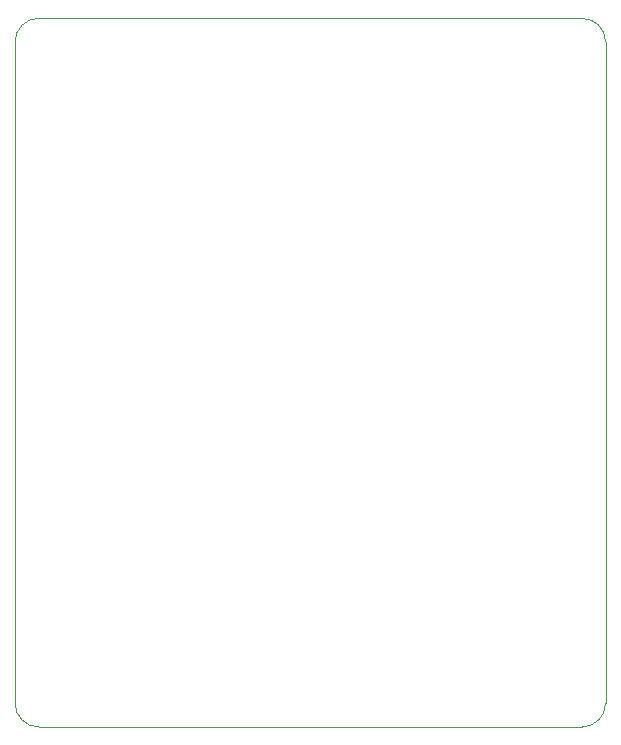
<source format=gbr>
%TF.GenerationSoftware,KiCad,Pcbnew,9.0.2*%
%TF.CreationDate,2025-06-25T13:02:05-07:00*%
%TF.ProjectId,Main,4d61696e-2e6b-4696-9361-645f70636258,rev?*%
%TF.SameCoordinates,Original*%
%TF.FileFunction,Profile,NP*%
%FSLAX46Y46*%
G04 Gerber Fmt 4.6, Leading zero omitted, Abs format (unit mm)*
G04 Created by KiCad (PCBNEW 9.0.2) date 2025-06-25 13:02:05*
%MOMM*%
%LPD*%
G01*
G04 APERTURE LIST*
%TA.AperFunction,Profile*%
%ADD10C,0.050000*%
%TD*%
G04 APERTURE END LIST*
D10*
X117500000Y-69000000D02*
G75*
G02*
X119500000Y-67000000I2000000J0D01*
G01*
X167500000Y-125000000D02*
G75*
G02*
X165500000Y-127000000I-2000000J0D01*
G01*
X117500000Y-125000000D02*
X117500000Y-69000000D01*
X119500000Y-67000000D02*
X165500000Y-67000000D01*
X167500000Y-69000000D02*
X167500000Y-125000000D01*
X119500000Y-127000000D02*
G75*
G02*
X117500000Y-125000000I0J2000000D01*
G01*
X165500000Y-127000000D02*
X119500000Y-127000000D01*
X165500000Y-67000000D02*
G75*
G02*
X167500000Y-69000000I0J-2000000D01*
G01*
M02*

</source>
